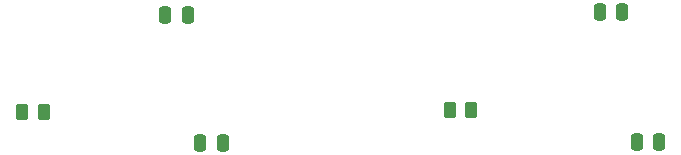
<source format=gbr>
%TF.GenerationSoftware,KiCad,Pcbnew,8.0.6*%
%TF.CreationDate,2024-10-18T13:49:23-03:00*%
%TF.ProjectId,Arduino-inductance-meter,41726475-696e-46f2-9d69-6e6475637461,rev?*%
%TF.SameCoordinates,Original*%
%TF.FileFunction,Paste,Top*%
%TF.FilePolarity,Positive*%
%FSLAX46Y46*%
G04 Gerber Fmt 4.6, Leading zero omitted, Abs format (unit mm)*
G04 Created by KiCad (PCBNEW 8.0.6) date 2024-10-18 13:49:23*
%MOMM*%
%LPD*%
G01*
G04 APERTURE LIST*
G04 Aperture macros list*
%AMRoundRect*
0 Rectangle with rounded corners*
0 $1 Rounding radius*
0 $2 $3 $4 $5 $6 $7 $8 $9 X,Y pos of 4 corners*
0 Add a 4 corners polygon primitive as box body*
4,1,4,$2,$3,$4,$5,$6,$7,$8,$9,$2,$3,0*
0 Add four circle primitives for the rounded corners*
1,1,$1+$1,$2,$3*
1,1,$1+$1,$4,$5*
1,1,$1+$1,$6,$7*
1,1,$1+$1,$8,$9*
0 Add four rect primitives between the rounded corners*
20,1,$1+$1,$2,$3,$4,$5,0*
20,1,$1+$1,$4,$5,$6,$7,0*
20,1,$1+$1,$6,$7,$8,$9,0*
20,1,$1+$1,$8,$9,$2,$3,0*%
G04 Aperture macros list end*
%ADD10RoundRect,0.250000X0.250000X0.475000X-0.250000X0.475000X-0.250000X-0.475000X0.250000X-0.475000X0*%
%ADD11RoundRect,0.250000X-0.250000X-0.475000X0.250000X-0.475000X0.250000X0.475000X-0.250000X0.475000X0*%
%ADD12RoundRect,0.250000X0.262500X0.450000X-0.262500X0.450000X-0.262500X-0.450000X0.262500X-0.450000X0*%
G04 APERTURE END LIST*
D10*
%TO.C,C4*%
X169300000Y-65850000D03*
X167400000Y-65850000D03*
%TD*%
D11*
%TO.C,C5*%
X164300000Y-54850000D03*
X166200000Y-54850000D03*
%TD*%
D12*
%TO.C,R1*%
X117212500Y-63300000D03*
X115387500Y-63300000D03*
%TD*%
%TO.C,R5*%
X153412500Y-63150000D03*
X151587500Y-63150000D03*
%TD*%
D10*
%TO.C,C1*%
X132350000Y-65900000D03*
X130450000Y-65900000D03*
%TD*%
%TO.C,C2*%
X129400000Y-55100000D03*
X127500000Y-55100000D03*
%TD*%
M02*

</source>
